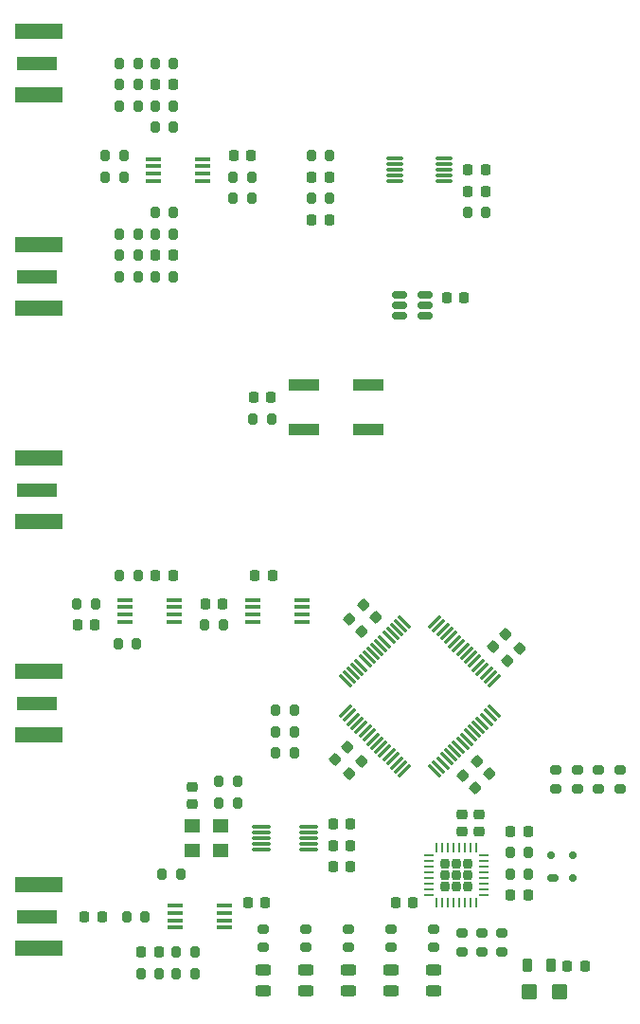
<source format=gbr>
%TF.GenerationSoftware,KiCad,Pcbnew,8.0.1*%
%TF.CreationDate,2024-04-20T11:28:48-04:00*%
%TF.ProjectId,Bridge_Controller,42726964-6765-45f4-936f-6e74726f6c6c,v1.0*%
%TF.SameCoordinates,Original*%
%TF.FileFunction,Paste,Top*%
%TF.FilePolarity,Positive*%
%FSLAX46Y46*%
G04 Gerber Fmt 4.6, Leading zero omitted, Abs format (unit mm)*
G04 Created by KiCad (PCBNEW 8.0.1) date 2024-04-20 11:28:48*
%MOMM*%
%LPD*%
G01*
G04 APERTURE LIST*
G04 Aperture macros list*
%AMRoundRect*
0 Rectangle with rounded corners*
0 $1 Rounding radius*
0 $2 $3 $4 $5 $6 $7 $8 $9 X,Y pos of 4 corners*
0 Add a 4 corners polygon primitive as box body*
4,1,4,$2,$3,$4,$5,$6,$7,$8,$9,$2,$3,0*
0 Add four circle primitives for the rounded corners*
1,1,$1+$1,$2,$3*
1,1,$1+$1,$4,$5*
1,1,$1+$1,$6,$7*
1,1,$1+$1,$8,$9*
0 Add four rect primitives between the rounded corners*
20,1,$1+$1,$2,$3,$4,$5,0*
20,1,$1+$1,$4,$5,$6,$7,0*
20,1,$1+$1,$6,$7,$8,$9,0*
20,1,$1+$1,$8,$9,$2,$3,0*%
G04 Aperture macros list end*
%ADD10RoundRect,0.200000X-0.200000X-0.275000X0.200000X-0.275000X0.200000X0.275000X-0.200000X0.275000X0*%
%ADD11R,1.450000X0.450000*%
%ADD12RoundRect,0.225000X0.225000X0.250000X-0.225000X0.250000X-0.225000X-0.250000X0.225000X-0.250000X0*%
%ADD13RoundRect,0.207500X0.207500X-0.207500X0.207500X0.207500X-0.207500X0.207500X-0.207500X-0.207500X0*%
%ADD14RoundRect,0.062500X0.062500X-0.375000X0.062500X0.375000X-0.062500X0.375000X-0.062500X-0.375000X0*%
%ADD15RoundRect,0.062500X0.375000X-0.062500X0.375000X0.062500X-0.375000X0.062500X-0.375000X-0.062500X0*%
%ADD16RoundRect,0.200000X-0.275000X0.200000X-0.275000X-0.200000X0.275000X-0.200000X0.275000X0.200000X0*%
%ADD17RoundRect,0.225000X-0.225000X-0.250000X0.225000X-0.250000X0.225000X0.250000X-0.225000X0.250000X0*%
%ADD18RoundRect,0.075000X-0.415425X-0.521491X0.521491X0.415425X0.415425X0.521491X-0.521491X-0.415425X0*%
%ADD19RoundRect,0.075000X0.415425X-0.521491X0.521491X-0.415425X-0.415425X0.521491X-0.521491X0.415425X0*%
%ADD20RoundRect,0.225000X-0.250000X0.225000X-0.250000X-0.225000X0.250000X-0.225000X0.250000X0.225000X0*%
%ADD21RoundRect,0.200000X0.200000X0.275000X-0.200000X0.275000X-0.200000X-0.275000X0.200000X-0.275000X0*%
%ADD22R,3.600000X1.270000*%
%ADD23R,4.200000X1.350000*%
%ADD24RoundRect,0.175000X0.325000X-0.175000X0.325000X0.175000X-0.325000X0.175000X-0.325000X-0.175000X0*%
%ADD25RoundRect,0.150000X0.150000X-0.200000X0.150000X0.200000X-0.150000X0.200000X-0.150000X-0.200000X0*%
%ADD26RoundRect,0.200000X0.275000X-0.200000X0.275000X0.200000X-0.275000X0.200000X-0.275000X-0.200000X0*%
%ADD27RoundRect,0.225000X0.017678X-0.335876X0.335876X-0.017678X-0.017678X0.335876X-0.335876X0.017678X0*%
%ADD28RoundRect,0.243750X0.456250X-0.243750X0.456250X0.243750X-0.456250X0.243750X-0.456250X-0.243750X0*%
%ADD29R,2.750000X1.000000*%
%ADD30RoundRect,0.225000X0.335876X0.017678X0.017678X0.335876X-0.335876X-0.017678X-0.017678X-0.335876X0*%
%ADD31RoundRect,0.225000X-0.335876X-0.017678X-0.017678X-0.335876X0.335876X0.017678X0.017678X0.335876X0*%
%ADD32R,1.400000X1.200000*%
%ADD33RoundRect,0.225000X-0.017678X0.335876X-0.335876X0.017678X0.017678X-0.335876X0.335876X-0.017678X0*%
%ADD34RoundRect,0.250000X-0.450000X-0.425000X0.450000X-0.425000X0.450000X0.425000X-0.450000X0.425000X0*%
%ADD35RoundRect,0.087500X0.725000X0.087500X-0.725000X0.087500X-0.725000X-0.087500X0.725000X-0.087500X0*%
%ADD36RoundRect,0.218750X0.218750X0.381250X-0.218750X0.381250X-0.218750X-0.381250X0.218750X-0.381250X0*%
%ADD37RoundRect,0.075000X-0.650000X-0.075000X0.650000X-0.075000X0.650000X0.075000X-0.650000X0.075000X0*%
%ADD38RoundRect,0.150000X-0.512500X-0.150000X0.512500X-0.150000X0.512500X0.150000X-0.512500X0.150000X0*%
%ADD39RoundRect,0.225000X0.250000X-0.225000X0.250000X0.225000X-0.250000X0.225000X-0.250000X-0.225000X0*%
G04 APERTURE END LIST*
D10*
%TO.C,R35*%
X35370000Y-44450000D03*
X37020000Y-44450000D03*
%TD*%
%TO.C,R22*%
X28385000Y-73660000D03*
X30035000Y-73660000D03*
%TD*%
%TO.C,R39*%
X35370000Y-31115000D03*
X37020000Y-31115000D03*
%TD*%
D11*
%TO.C,U6*%
X37170000Y-100625000D03*
X37170000Y-101275000D03*
X37170000Y-101925000D03*
X37170000Y-102575000D03*
X41570000Y-102575000D03*
X41570000Y-101925000D03*
X41570000Y-101275000D03*
X41570000Y-100625000D03*
%TD*%
D12*
%TO.C,C32*%
X43955000Y-33655000D03*
X42405000Y-33655000D03*
%TD*%
%TO.C,C10*%
X68720000Y-93980000D03*
X67170000Y-93980000D03*
%TD*%
D13*
%TO.C,U2*%
X61302500Y-98935000D03*
X62332500Y-98935000D03*
X63362500Y-98935000D03*
X61302500Y-97905000D03*
X62332500Y-97905000D03*
X63362500Y-97905000D03*
X61302500Y-96875000D03*
X62332500Y-96875000D03*
X63362500Y-96875000D03*
D14*
X60582500Y-100342500D03*
X61082500Y-100342500D03*
X61582500Y-100342500D03*
X62082500Y-100342500D03*
X62582500Y-100342500D03*
X63082500Y-100342500D03*
X63582500Y-100342500D03*
X64082500Y-100342500D03*
D15*
X64770000Y-99655000D03*
X64770000Y-99155000D03*
X64770000Y-98655000D03*
X64770000Y-98155000D03*
X64770000Y-97655000D03*
X64770000Y-97155000D03*
X64770000Y-96655000D03*
X64770000Y-96155000D03*
D14*
X64082500Y-95467500D03*
X63582500Y-95467500D03*
X63082500Y-95467500D03*
X62582500Y-95467500D03*
X62082500Y-95467500D03*
X61582500Y-95467500D03*
X61082500Y-95467500D03*
X60582500Y-95467500D03*
D15*
X59895000Y-96155000D03*
X59895000Y-96655000D03*
X59895000Y-97155000D03*
X59895000Y-97655000D03*
X59895000Y-98155000D03*
X59895000Y-98655000D03*
X59895000Y-99155000D03*
X59895000Y-99655000D03*
%TD*%
D12*
%TO.C,C14*%
X58433000Y-100330000D03*
X56883000Y-100330000D03*
%TD*%
D10*
%TO.C,R33*%
X32195000Y-44450000D03*
X33845000Y-44450000D03*
%TD*%
%TO.C,R27*%
X32195000Y-71120000D03*
X33845000Y-71120000D03*
%TD*%
D16*
%TO.C,R6*%
X48895000Y-102680000D03*
X48895000Y-104330000D03*
%TD*%
D17*
%TO.C,C21*%
X51295000Y-97155000D03*
X52845000Y-97155000D03*
%TD*%
D18*
%TO.C,U1*%
X52399357Y-83267342D03*
X52752911Y-83620895D03*
X53106464Y-83974449D03*
X53460018Y-84328002D03*
X53813571Y-84681555D03*
X54167124Y-85035109D03*
X54520678Y-85388662D03*
X54874231Y-85742215D03*
X55227785Y-86095769D03*
X55581338Y-86449322D03*
X55934891Y-86802876D03*
X56288445Y-87156429D03*
X56641998Y-87509982D03*
X56995551Y-87863536D03*
X57349105Y-88217089D03*
X57702658Y-88570643D03*
D19*
X60407342Y-88570643D03*
X60760895Y-88217089D03*
X61114449Y-87863536D03*
X61468002Y-87509982D03*
X61821555Y-87156429D03*
X62175109Y-86802876D03*
X62528662Y-86449322D03*
X62882215Y-86095769D03*
X63235769Y-85742215D03*
X63589322Y-85388662D03*
X63942876Y-85035109D03*
X64296429Y-84681555D03*
X64649982Y-84328002D03*
X65003536Y-83974449D03*
X65357089Y-83620895D03*
X65710643Y-83267342D03*
D18*
X65710643Y-80562658D03*
X65357089Y-80209105D03*
X65003536Y-79855551D03*
X64649982Y-79501998D03*
X64296429Y-79148445D03*
X63942876Y-78794891D03*
X63589322Y-78441338D03*
X63235769Y-78087785D03*
X62882215Y-77734231D03*
X62528662Y-77380678D03*
X62175109Y-77027124D03*
X61821555Y-76673571D03*
X61468002Y-76320018D03*
X61114449Y-75966464D03*
X60760895Y-75612911D03*
X60407342Y-75259357D03*
D19*
X57702658Y-75259357D03*
X57349105Y-75612911D03*
X56995551Y-75966464D03*
X56641998Y-76320018D03*
X56288445Y-76673571D03*
X55934891Y-77027124D03*
X55581338Y-77380678D03*
X55227785Y-77734231D03*
X54874231Y-78087785D03*
X54520678Y-78441338D03*
X54167124Y-78794891D03*
X53813571Y-79148445D03*
X53460018Y-79501998D03*
X53106464Y-79855551D03*
X52752911Y-80209105D03*
X52399357Y-80562658D03*
%TD*%
D20*
%TO.C,C13*%
X62865000Y-92443000D03*
X62865000Y-93993000D03*
%TD*%
D17*
%TO.C,C23*%
X39865000Y-73660000D03*
X41415000Y-73660000D03*
%TD*%
D21*
%TO.C,R47*%
X50990000Y-33655000D03*
X49340000Y-33655000D03*
%TD*%
D22*
%TO.C,J8*%
X24782500Y-63500000D03*
D23*
X24982500Y-60675000D03*
X24982500Y-66325000D03*
%TD*%
D24*
%TO.C,D3*%
X71005000Y-98155000D03*
D25*
X72705000Y-98155000D03*
X72705000Y-96155000D03*
X70805000Y-96155000D03*
%TD*%
D21*
%TO.C,R7*%
X68770000Y-97790000D03*
X67120000Y-97790000D03*
%TD*%
D26*
%TO.C,R9*%
X75057000Y-90170000D03*
X75057000Y-88520000D03*
%TD*%
D10*
%TO.C,R38*%
X35370000Y-29210000D03*
X37020000Y-29210000D03*
%TD*%
D21*
%TO.C,R1*%
X45783000Y-57150000D03*
X44133000Y-57150000D03*
%TD*%
D16*
%TO.C,R17*%
X56515000Y-102680000D03*
X56515000Y-104330000D03*
%TD*%
D10*
%TO.C,R26*%
X37275000Y-104775000D03*
X38925000Y-104775000D03*
%TD*%
D22*
%TO.C,J11*%
X24782500Y-44450000D03*
D23*
X24982500Y-41625000D03*
X24982500Y-47275000D03*
%TD*%
D12*
%TO.C,C11*%
X68720000Y-99695000D03*
X67170000Y-99695000D03*
%TD*%
%TO.C,C31*%
X50940000Y-39370000D03*
X49390000Y-39370000D03*
%TD*%
D27*
%TO.C,C2*%
X51521992Y-87543008D03*
X52618008Y-86446992D03*
%TD*%
D17*
%TO.C,C24*%
X34150000Y-104775000D03*
X35700000Y-104775000D03*
%TD*%
D21*
%TO.C,R4*%
X47815000Y-86995000D03*
X46165000Y-86995000D03*
%TD*%
D17*
%TO.C,C26*%
X61455000Y-46355000D03*
X63005000Y-46355000D03*
%TD*%
D10*
%TO.C,R25*%
X37275000Y-106680000D03*
X38925000Y-106680000D03*
%TD*%
D12*
%TO.C,C18*%
X45860000Y-71120000D03*
X44310000Y-71120000D03*
%TD*%
D10*
%TO.C,R21*%
X41085000Y-89535000D03*
X42735000Y-89535000D03*
%TD*%
%TO.C,R32*%
X32195000Y-42545000D03*
X33845000Y-42545000D03*
%TD*%
D12*
%TO.C,C1*%
X45733000Y-55245000D03*
X44183000Y-55245000D03*
%TD*%
%TO.C,C15*%
X73800000Y-106045000D03*
X72250000Y-106045000D03*
%TD*%
D28*
%TO.C,D5*%
X56515000Y-108252500D03*
X56515000Y-106377500D03*
%TD*%
D10*
%TO.C,R29*%
X32830000Y-101600000D03*
X34480000Y-101600000D03*
%TD*%
D16*
%TO.C,R15*%
X66421000Y-103061000D03*
X66421000Y-104711000D03*
%TD*%
%TO.C,R13*%
X52705000Y-102680000D03*
X52705000Y-104330000D03*
%TD*%
D12*
%TO.C,C35*%
X45225000Y-100330000D03*
X43675000Y-100330000D03*
%TD*%
D21*
%TO.C,R8*%
X68770000Y-95885000D03*
X67120000Y-95885000D03*
%TD*%
D26*
%TO.C,R10*%
X76962000Y-90170000D03*
X76962000Y-88520000D03*
%TD*%
D10*
%TO.C,R37*%
X32195000Y-29210000D03*
X33845000Y-29210000D03*
%TD*%
D21*
%TO.C,R3*%
X47815000Y-85090000D03*
X46165000Y-85090000D03*
%TD*%
D16*
%TO.C,R14*%
X64643000Y-103061000D03*
X64643000Y-104711000D03*
%TD*%
D22*
%TO.C,J7*%
X24782500Y-101600000D03*
D23*
X24982500Y-98775000D03*
X24982500Y-104425000D03*
%TD*%
D28*
%TO.C,D4*%
X52705000Y-108252500D03*
X52705000Y-106377500D03*
%TD*%
D21*
%TO.C,R24*%
X35750000Y-106680000D03*
X34100000Y-106680000D03*
%TD*%
D12*
%TO.C,C22*%
X29985000Y-75565000D03*
X28435000Y-75565000D03*
%TD*%
D29*
%TO.C,SW1*%
X48687000Y-54134000D03*
X54437000Y-54134000D03*
X48687000Y-58134000D03*
X54437000Y-58134000D03*
%TD*%
D11*
%TO.C,U8*%
X35265000Y-33950000D03*
X35265000Y-34600000D03*
X35265000Y-35250000D03*
X35265000Y-35900000D03*
X39665000Y-35900000D03*
X39665000Y-35250000D03*
X39665000Y-34600000D03*
X39665000Y-33950000D03*
%TD*%
%TO.C,U5*%
X32725000Y-73320000D03*
X32725000Y-73970000D03*
X32725000Y-74620000D03*
X32725000Y-75270000D03*
X37125000Y-75270000D03*
X37125000Y-74620000D03*
X37125000Y-73970000D03*
X37125000Y-73320000D03*
%TD*%
D10*
%TO.C,R40*%
X35370000Y-40640000D03*
X37020000Y-40640000D03*
%TD*%
D30*
%TO.C,C3*%
X64048008Y-90083008D03*
X62951992Y-88986992D03*
%TD*%
D27*
%TO.C,C7*%
X65618992Y-77510008D03*
X66715008Y-76413992D03*
%TD*%
D10*
%TO.C,R42*%
X30925000Y-35560000D03*
X32575000Y-35560000D03*
%TD*%
%TO.C,R36*%
X32195000Y-40640000D03*
X33845000Y-40640000D03*
%TD*%
D21*
%TO.C,R41*%
X37020000Y-38735000D03*
X35370000Y-38735000D03*
%TD*%
%TO.C,R48*%
X50990000Y-37465000D03*
X49340000Y-37465000D03*
%TD*%
D10*
%TO.C,R34*%
X35370000Y-25400000D03*
X37020000Y-25400000D03*
%TD*%
D12*
%TO.C,C19*%
X52845000Y-93345000D03*
X51295000Y-93345000D03*
%TD*%
D11*
%TO.C,U3*%
X44155000Y-73320000D03*
X44155000Y-73970000D03*
X44155000Y-74620000D03*
X44155000Y-75270000D03*
X48555000Y-75270000D03*
X48555000Y-74620000D03*
X48555000Y-73970000D03*
X48555000Y-73320000D03*
%TD*%
D22*
%TO.C,J9*%
X24782500Y-82550000D03*
D23*
X24982500Y-79725000D03*
X24982500Y-85375000D03*
%TD*%
D28*
%TO.C,D6*%
X60325000Y-108252500D03*
X60325000Y-106377500D03*
%TD*%
D30*
%TO.C,C6*%
X55158008Y-74843008D03*
X54061992Y-73746992D03*
%TD*%
D10*
%TO.C,R46*%
X63310000Y-38735000D03*
X64960000Y-38735000D03*
%TD*%
%TO.C,R20*%
X41085000Y-91440000D03*
X42735000Y-91440000D03*
%TD*%
D17*
%TO.C,C20*%
X51295000Y-95250000D03*
X52845000Y-95250000D03*
%TD*%
D31*
%TO.C,C5*%
X52791992Y-75016992D03*
X53888008Y-76113008D03*
%TD*%
D32*
%TO.C,X1*%
X38735000Y-95715000D03*
X41275000Y-95715000D03*
X41275000Y-93515000D03*
X38735000Y-93515000D03*
%TD*%
D12*
%TO.C,C33*%
X64910000Y-34925000D03*
X63360000Y-34925000D03*
%TD*%
D28*
%TO.C,D2*%
X48895000Y-108252500D03*
X48895000Y-106377500D03*
%TD*%
D12*
%TO.C,C25*%
X30620000Y-101600000D03*
X29070000Y-101600000D03*
%TD*%
D17*
%TO.C,C27*%
X35420000Y-27305000D03*
X36970000Y-27305000D03*
%TD*%
D21*
%TO.C,R19*%
X37655000Y-97790000D03*
X36005000Y-97790000D03*
%TD*%
D20*
%TO.C,C12*%
X64389000Y-92443000D03*
X64389000Y-93993000D03*
%TD*%
D16*
%TO.C,R16*%
X62865000Y-103061000D03*
X62865000Y-104711000D03*
%TD*%
D33*
%TO.C,C4*%
X67985008Y-77683992D03*
X66888992Y-78780008D03*
%TD*%
D22*
%TO.C,J10*%
X24782500Y-25400000D03*
D23*
X24982500Y-22575000D03*
X24982500Y-28225000D03*
%TD*%
D21*
%TO.C,R28*%
X33743400Y-77266800D03*
X32093400Y-77266800D03*
%TD*%
D34*
%TO.C,C16*%
X68881000Y-108331000D03*
X71581000Y-108331000D03*
%TD*%
D35*
%TO.C,U4*%
X49102500Y-95615000D03*
X49102500Y-95115000D03*
X49102500Y-94615000D03*
X49102500Y-94115000D03*
X49102500Y-93615000D03*
X44877500Y-93615000D03*
X44877500Y-94115000D03*
X44877500Y-94615000D03*
X44877500Y-95115000D03*
X44877500Y-95615000D03*
%TD*%
D10*
%TO.C,R45*%
X42355000Y-35560000D03*
X44005000Y-35560000D03*
%TD*%
D31*
%TO.C,C8*%
X64221992Y-87716992D03*
X65318008Y-88813008D03*
%TD*%
D36*
%TO.C,L1*%
X70785500Y-105918000D03*
X68660500Y-105918000D03*
%TD*%
D37*
%TO.C,U9*%
X56855000Y-33925000D03*
X56855000Y-34425000D03*
X56855000Y-34925000D03*
X56855000Y-35425000D03*
X56855000Y-35925000D03*
X61255000Y-35925000D03*
X61255000Y-35425000D03*
X61255000Y-34925000D03*
X61255000Y-34425000D03*
X61255000Y-33925000D03*
%TD*%
D21*
%TO.C,R23*%
X41465000Y-75565000D03*
X39815000Y-75565000D03*
%TD*%
D38*
%TO.C,U7*%
X57282500Y-46040000D03*
X57282500Y-46990000D03*
X57282500Y-47940000D03*
X59557500Y-47940000D03*
X59557500Y-46990000D03*
X59557500Y-46040000D03*
%TD*%
D39*
%TO.C,C17*%
X38735000Y-91580000D03*
X38735000Y-90030000D03*
%TD*%
D17*
%TO.C,C29*%
X63360000Y-36830000D03*
X64910000Y-36830000D03*
%TD*%
D10*
%TO.C,R31*%
X32195000Y-27305000D03*
X33845000Y-27305000D03*
%TD*%
D16*
%TO.C,R18*%
X60325000Y-102680000D03*
X60325000Y-104330000D03*
%TD*%
D33*
%TO.C,C9*%
X53888008Y-87716992D03*
X52791992Y-88813008D03*
%TD*%
D17*
%TO.C,C28*%
X35420000Y-42545000D03*
X36970000Y-42545000D03*
%TD*%
D12*
%TO.C,C30*%
X50940000Y-35560000D03*
X49390000Y-35560000D03*
%TD*%
D21*
%TO.C,R43*%
X44005000Y-37465000D03*
X42355000Y-37465000D03*
%TD*%
D16*
%TO.C,R5*%
X45085000Y-102680000D03*
X45085000Y-104330000D03*
%TD*%
D26*
%TO.C,R11*%
X71247000Y-90170000D03*
X71247000Y-88520000D03*
%TD*%
%TO.C,R12*%
X73152000Y-90170000D03*
X73152000Y-88520000D03*
%TD*%
D10*
%TO.C,R44*%
X30925000Y-33655000D03*
X32575000Y-33655000D03*
%TD*%
D21*
%TO.C,R2*%
X47815000Y-83185000D03*
X46165000Y-83185000D03*
%TD*%
D10*
%TO.C,R30*%
X32195000Y-25400000D03*
X33845000Y-25400000D03*
%TD*%
D28*
%TO.C,D1*%
X45085000Y-108252500D03*
X45085000Y-106377500D03*
%TD*%
D17*
%TO.C,C34*%
X35420000Y-71120000D03*
X36970000Y-71120000D03*
%TD*%
M02*

</source>
